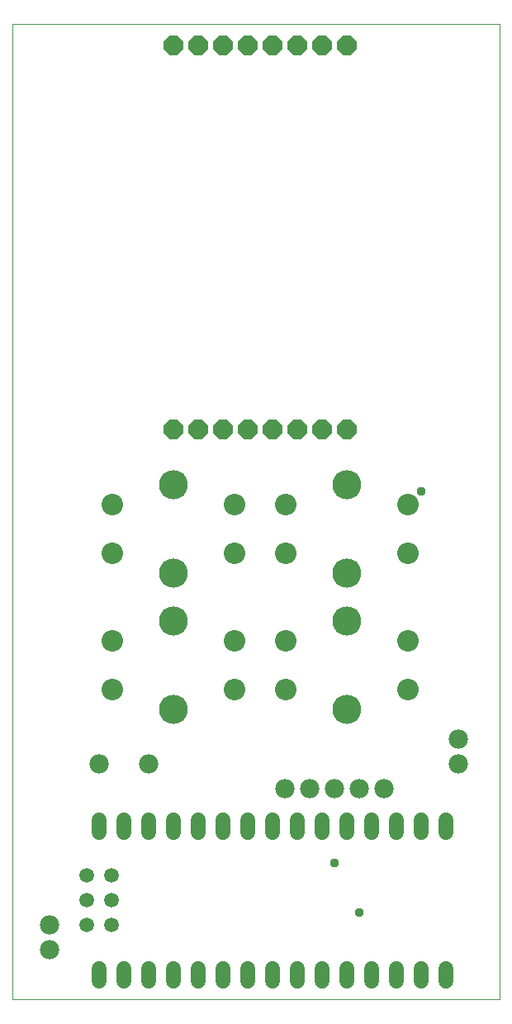
<source format=gts>
G75*
%MOIN*%
%OFA0B0*%
%FSLAX25Y25*%
%IPPOS*%
%LPD*%
%AMOC8*
5,1,8,0,0,1.08239X$1,22.5*
%
%ADD10C,0.00000*%
%ADD11OC8,0.07800*%
%ADD12C,0.07800*%
%ADD13C,0.08674*%
%ADD14C,0.11725*%
%ADD15C,0.05950*%
%ADD16C,0.05950*%
%ADD17C,0.03778*%
D10*
X0052595Y0023933D02*
X0052595Y0417634D01*
X0249446Y0417634D01*
X0249446Y0023933D01*
X0052595Y0023933D01*
D11*
X0117595Y0253933D03*
X0127595Y0253933D03*
X0137595Y0253933D03*
X0147595Y0253933D03*
X0157595Y0253933D03*
X0167595Y0253933D03*
X0177595Y0253933D03*
X0187595Y0253933D03*
X0187595Y0408933D03*
X0177595Y0408933D03*
X0167595Y0408933D03*
X0157595Y0408933D03*
X0147595Y0408933D03*
X0137595Y0408933D03*
X0127595Y0408933D03*
X0117595Y0408933D03*
D12*
X0232595Y0128933D03*
X0232595Y0118933D03*
X0202595Y0108933D03*
X0192595Y0108933D03*
X0182595Y0108933D03*
X0172595Y0108933D03*
X0162595Y0108933D03*
X0107595Y0118933D03*
X0087595Y0118933D03*
X0067595Y0053933D03*
X0067595Y0043933D03*
D13*
X0092989Y0149091D03*
X0092989Y0168776D03*
X0092989Y0204091D03*
X0092989Y0223776D03*
X0142201Y0223776D03*
X0142201Y0204091D03*
X0162989Y0204091D03*
X0162989Y0223776D03*
X0162989Y0168776D03*
X0162989Y0149091D03*
X0142201Y0149091D03*
X0142201Y0168776D03*
X0212201Y0168776D03*
X0212201Y0149091D03*
X0212201Y0204091D03*
X0212201Y0223776D03*
D14*
X0187595Y0231650D03*
X0187595Y0196217D03*
X0187595Y0176650D03*
X0187595Y0141217D03*
X0117595Y0141217D03*
X0117595Y0176650D03*
X0117595Y0196217D03*
X0117595Y0231650D03*
D15*
X0117595Y0096508D02*
X0117595Y0091358D01*
X0127595Y0091358D02*
X0127595Y0096508D01*
X0137595Y0096508D02*
X0137595Y0091358D01*
X0147595Y0091358D02*
X0147595Y0096508D01*
X0157595Y0096508D02*
X0157595Y0091358D01*
X0167595Y0091358D02*
X0167595Y0096508D01*
X0177595Y0096508D02*
X0177595Y0091358D01*
X0187595Y0091358D02*
X0187595Y0096508D01*
X0197595Y0096508D02*
X0197595Y0091358D01*
X0207595Y0091358D02*
X0207595Y0096508D01*
X0217595Y0096508D02*
X0217595Y0091358D01*
X0227595Y0091358D02*
X0227595Y0096508D01*
X0227595Y0036508D02*
X0227595Y0031358D01*
X0217595Y0031358D02*
X0217595Y0036508D01*
X0207595Y0036508D02*
X0207595Y0031358D01*
X0197595Y0031358D02*
X0197595Y0036508D01*
X0187595Y0036508D02*
X0187595Y0031358D01*
X0177595Y0031358D02*
X0177595Y0036508D01*
X0167595Y0036508D02*
X0167595Y0031358D01*
X0157595Y0031358D02*
X0157595Y0036508D01*
X0147595Y0036508D02*
X0147595Y0031358D01*
X0137595Y0031358D02*
X0137595Y0036508D01*
X0127595Y0036508D02*
X0127595Y0031358D01*
X0117595Y0031358D02*
X0117595Y0036508D01*
X0107595Y0036508D02*
X0107595Y0031358D01*
X0097595Y0031358D02*
X0097595Y0036508D01*
X0087595Y0036508D02*
X0087595Y0031358D01*
X0087595Y0091358D02*
X0087595Y0096508D01*
X0097595Y0096508D02*
X0097595Y0091358D01*
X0107595Y0091358D02*
X0107595Y0096508D01*
D16*
X0092595Y0073933D03*
X0092595Y0063933D03*
X0092595Y0053933D03*
X0082595Y0053933D03*
X0082595Y0063933D03*
X0082595Y0073933D03*
D17*
X0182595Y0078933D03*
X0192595Y0058933D03*
X0217595Y0228933D03*
M02*

</source>
